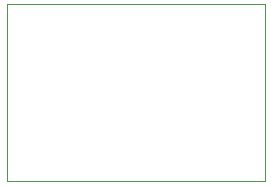
<source format=gm1>
G04 #@! TF.GenerationSoftware,KiCad,Pcbnew,(5.1.9)-1*
G04 #@! TF.CreationDate,2022-12-29T17:40:02+01:00*
G04 #@! TF.ProjectId,FallerCarSystem_v2,46616c6c-6572-4436-9172-53797374656d,rev?*
G04 #@! TF.SameCoordinates,Original*
G04 #@! TF.FileFunction,Profile,NP*
%FSLAX46Y46*%
G04 Gerber Fmt 4.6, Leading zero omitted, Abs format (unit mm)*
G04 Created by KiCad (PCBNEW (5.1.9)-1) date 2022-12-29 17:40:02*
%MOMM*%
%LPD*%
G01*
G04 APERTURE LIST*
G04 #@! TA.AperFunction,Profile*
%ADD10C,0.050000*%
G04 #@! TD*
G04 APERTURE END LIST*
D10*
X140462000Y-70118000D02*
X140462000Y-55118000D01*
X140462000Y-70118000D02*
X162306000Y-70118000D01*
X162306000Y-55118000D02*
X162306000Y-70118000D01*
X140462000Y-55118000D02*
X162306000Y-55118000D01*
M02*

</source>
